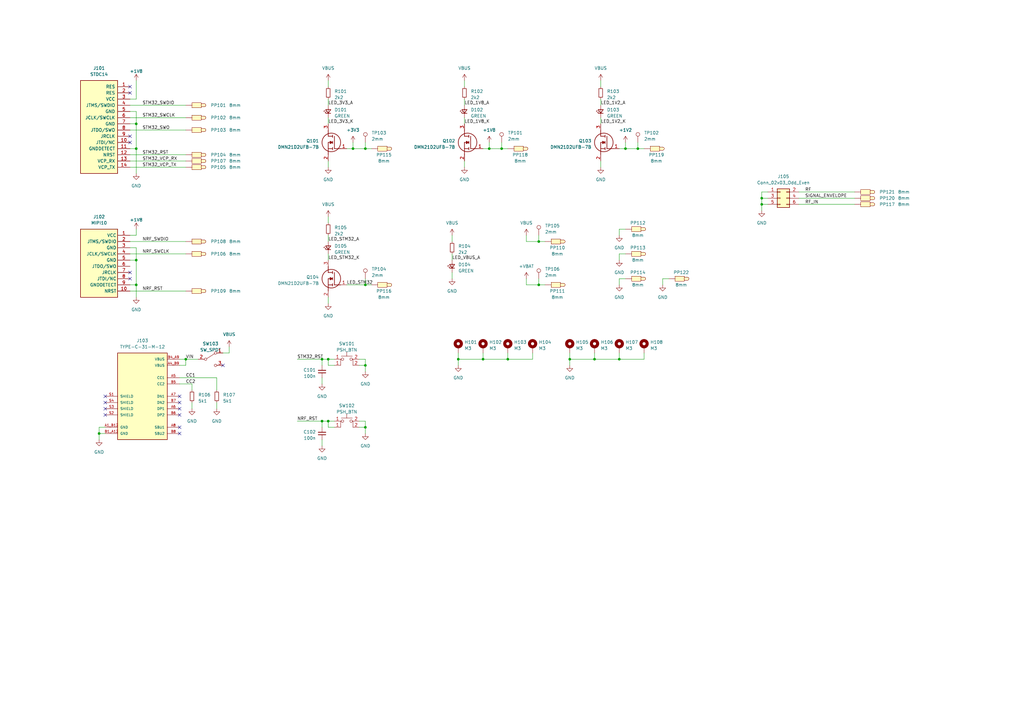
<source format=kicad_sch>
(kicad_sch (version 20230121) (generator eeschema)
  (paper "A3")
  (lib_symbols
    (symbol "Connector:TestPoint" (pin_numbers hide) (pin_names (offset 0.762) hide)
      (property "Reference" "TP" (at 0 6.858 0))
      (property "Value" "TestPoint" (at 0 5.08 0))
      (symbol "TestPoint_0_1"
        (circle (center 0 3.302) (radius 0.762))
      )
      (symbol "TestPoint_1_1"
        (pin passive line (at 0 0 90) (length 2.54) (name "1") (number "1"))
      )
    )
    (symbol "Connector_Generic:Conn_02x03_Odd_Even" (pin_names (offset 1.016) hide)
      (property "Reference" "J" (at 1.27 5.08 0))
      (property "Value" "Conn_02x03_Odd_Even" (at 1.27 -5.08 0))
      (symbol "Conn_02x03_Odd_Even_1_1"
        (rectangle (start -1.27 -2.413) (end 0 -2.667) (stroke (width 0.1524)))
        (rectangle (start -1.27 0.127) (end 0 -0.127) (stroke (width 0.1524)))
        (rectangle (start -1.27 2.667) (end 0 2.413) (stroke (width 0.1524)))
        (rectangle (start -1.27 3.81) (end 3.81 -3.81) (stroke (width 0.254)) (fill (type background)))
        (rectangle (start 3.81 -2.413) (end 2.54 -2.667) (stroke (width 0.1524)))
        (rectangle (start 3.81 0.127) (end 2.54 -0.127) (stroke (width 0.1524)))
        (rectangle (start 3.81 2.667) (end 2.54 2.413) (stroke (width 0.1524)))
        (pin passive line (at -5.08 2.54 0) (length 3.81) (name "Pin_1") (number "1"))
        (pin passive line (at 7.62 2.54 180) (length 3.81) (name "Pin_2") (number "2"))
        (pin passive line (at -5.08 0 0) (length 3.81) (name "Pin_3") (number "3"))
        (pin passive line (at 7.62 0 180) (length 3.81) (name "Pin_4") (number "4"))
        (pin passive line (at -5.08 -2.54 0) (length 3.81) (name "Pin_5") (number "5"))
        (pin passive line (at 7.62 -2.54 180) (length 3.81) (name "Pin_6") (number "6"))
      )
    )
    (symbol "DMN21D2UFB-7B:DMN21D2UFB-7B" (pin_names hide)
      (property "Reference" "Q" (at 11.43 3.81 0))
      (property "Value" "DMN21D2UFB-7B" (at 11.43 1.27 0))
      (symbol "DMN21D2UFB-7B_1_1"
        (polyline (pts (xy 2.54 0) (xy 5.08 0)) (stroke (width 0.254)))
        (polyline (pts (xy 5.08 5.08) (xy 5.08 0)) (stroke (width 0.254)))
        (polyline (pts (xy 5.842 -0.508) (xy 5.842 0.508)) (stroke (width 0.254)))
        (polyline (pts (xy 5.842 0) (xy 7.62 0)) (stroke (width 0.254)))
        (polyline (pts (xy 5.842 2.032) (xy 5.842 3.048)) (stroke (width 0.254)))
        (polyline (pts (xy 5.842 5.588) (xy 5.842 4.572)) (stroke (width 0.254)))
        (polyline (pts (xy 7.62 2.54) (xy 5.842 2.54)) (stroke (width 0.254)))
        (polyline (pts (xy 7.62 2.54) (xy 7.62 -2.54)) (stroke (width 0.254)))
        (polyline (pts (xy 7.62 5.08) (xy 5.842 5.08)) (stroke (width 0.254)))
        (polyline (pts (xy 7.62 5.08) (xy 7.62 7.62)) (stroke (width 0.254)))
        (polyline (pts (xy 5.842 2.54) (xy 6.858 3.048) (xy 6.858 2.032) (xy 5.842 2.54)) (stroke (width 0.254)) (fill (type outline)))
        (circle (center 6.35 2.54) (radius 3.81) (stroke (width 0.254)))
        (pin passive line (at 0 0 0) (length 2.54) (name "G") (number "1"))
        (pin passive line (at 7.62 -5.08 90) (length 2.54) (name "S") (number "2"))
        (pin passive line (at 7.62 10.16 270) (length 2.54) (name "D") (number "3"))
      )
    )
    (symbol "Device:C_Small" (pin_numbers hide) (pin_names (offset 0.254) hide)
      (property "Reference" "C" (at 0.254 1.778 0))
      (property "Value" "C_Small" (at 0.254 -2.032 0))
      (symbol "C_Small_0_1"
        (polyline (pts (xy -1.524 -0.508) (xy 1.524 -0.508)) (stroke (width 0.3302)))
        (polyline (pts (xy -1.524 0.508) (xy 1.524 0.508)) (stroke (width 0.3048)))
      )
      (symbol "C_Small_1_1"
        (pin passive line (at 0 2.54 270) (length 2.032) (name "~") (number "1"))
        (pin passive line (at 0 -2.54 90) (length 2.032) (name "~") (number "2"))
      )
    )
    (symbol "Device:LED_Small" (pin_numbers hide) (pin_names (offset 0.254) hide)
      (property "Reference" "D" (at -1.27 3.175 0))
      (property "Value" "LED_Small" (at -4.445 -2.54 0))
      (symbol "LED_Small_0_1"
        (polyline (pts (xy -0.762 -1.016) (xy -0.762 1.016)) (stroke (width 0.254)))
        (polyline (pts (xy 1.016 0) (xy -0.762 0)))
        (polyline (pts (xy 0.762 -1.016) (xy -0.762 0) (xy 0.762 1.016) (xy 0.762 -1.016)) (stroke (width 0.254)))
        (polyline (pts (xy 0 0.762) (xy -0.508 1.27) (xy -0.254 1.27) (xy -0.508 1.27) (xy -0.508 1.016)))
        (polyline (pts (xy 0.508 1.27) (xy 0 1.778) (xy 0.254 1.778) (xy 0 1.778) (xy 0 1.524)))
      )
      (symbol "LED_Small_1_1"
        (pin passive line (at -2.54 0 0) (length 1.778) (name "K") (number "1"))
        (pin passive line (at 2.54 0 180) (length 1.778) (name "A") (number "2"))
      )
    )
    (symbol "Device:R_Small" (pin_numbers hide) (pin_names (offset 0.254) hide)
      (property "Reference" "R" (at 0.762 0.508 0))
      (property "Value" "R_Small" (at 0.762 -1.016 0))
      (symbol "R_Small_0_1"
        (rectangle (start -0.762 1.778) (end 0.762 -1.778) (stroke (width 0.2032)))
      )
      (symbol "R_Small_1_1"
        (pin passive line (at 0 2.54 270) (length 0.762) (name "~") (number "1"))
        (pin passive line (at 0 -2.54 90) (length 0.762) (name "~") (number "2"))
      )
    )
    (symbol "Mechanical:MountingHole_Pad" (pin_numbers hide) (pin_names (offset 1.016) hide)
      (property "Reference" "H" (at 0 6.35 0))
      (property "Value" "MountingHole_Pad" (at 0 4.445 0))
      (symbol "MountingHole_Pad_0_1"
        (circle (center 0 1.27) (radius 1.27) (stroke (width 1.27)))
      )
      (symbol "MountingHole_Pad_1_1"
        (pin input line (at 0 -2.54 90) (length 2.54) (name "1") (number "1"))
      )
    )
    (symbol "Switch:SW_SPDT" (pin_names (offset 0) hide)
      (property "Reference" "SW" (at 0 4.318 0))
      (property "Value" "SW_SPDT" (at 0 -5.08 0))
      (symbol "SW_SPDT_0_0"
        (circle (center -2.032 0) (radius 0.508))
        (circle (center 2.032 -2.54) (radius 0.508))
      )
      (symbol "SW_SPDT_0_1"
        (polyline (pts (xy -1.524 0.254) (xy 1.651 2.286)))
        (circle (center 2.032 2.54) (radius 0.508))
      )
      (symbol "SW_SPDT_1_1"
        (pin passive line (at 5.08 2.54 180) (length 2.54) (name "A") (number "1"))
        (pin passive line (at -5.08 0 0) (length 2.54) (name "B") (number "2"))
        (pin passive line (at 5.08 -2.54 180) (length 2.54) (name "C") (number "3"))
      )
    )
    (symbol "TYPE-C-31-M-12:TYPE-C-31-M-12" (pin_names (offset 1.016))
      (property "Reference" "J" (at 0 16.51 0))
      (property "Value" "TYPE-C-31-M-12" (at 0 15.24 0))
      (symbol "TYPE-C-31-M-12_0_0"
        (rectangle (start -10.16 12.7) (end 10.16 -22.86) (stroke (width 0.254)) (fill (type background)))
        (pin power_in line (at 15.24 -17.78 180) (length 5.08) (name "GND") (number "A1_B12"))
        (pin power_in line (at -15.24 7.62 0) (length 5.08) (name "VBUS") (number "A4_B9"))
        (pin bidirectional line (at -15.24 2.54 0) (length 5.08) (name "CC1") (number "A5"))
        (pin bidirectional line (at -15.24 -10.16 0) (length 5.08) (name "DP1") (number "A6"))
        (pin bidirectional line (at -15.24 -5.08 0) (length 5.08) (name "DN1") (number "A7"))
        (pin bidirectional line (at -15.24 -17.78 0) (length 5.08) (name "SBU1") (number "A8"))
        (pin power_in line (at 15.24 -20.32 180) (length 5.08) (name "GND") (number "B1_A12"))
        (pin power_in line (at -15.24 10.16 0) (length 5.08) (name "VBUS") (number "B4_A9"))
        (pin bidirectional line (at -15.24 0 0) (length 5.08) (name "CC2") (number "B5"))
        (pin bidirectional line (at -15.24 -12.7 0) (length 5.08) (name "DP2") (number "B6"))
        (pin bidirectional line (at -15.24 -7.62 0) (length 5.08) (name "DN2") (number "B7"))
        (pin bidirectional line (at -15.24 -20.32 0) (length 5.08) (name "SBU2") (number "B8"))
        (pin passive line (at 15.24 -12.7 180) (length 5.08) (name "SHIELD") (number "S2"))
        (pin passive line (at 15.24 -10.16 180) (length 5.08) (name "SHIELD") (number "S3"))
        (pin passive line (at 15.24 -7.62 180) (length 5.08) (name "SHIELD") (number "S4"))
      )
      (symbol "TYPE-C-31-M-12_1_0"
        (pin passive line (at 15.24 -5.08 180) (length 5.08) (name "SHIELD") (number "S1"))
      )
    )
    (symbol "power:+1V2" (power) (pin_names (offset 0))
      (property "Value" "+1V2" (at 0 3.556 0))
      (symbol "+1V2_0_1"
        (polyline (pts (xy -0.762 1.27) (xy 0 2.54)))
        (polyline (pts (xy 0 0) (xy 0 2.54)))
        (polyline (pts (xy 0 2.54) (xy 0.762 1.27)))
      )
      (symbol "+1V2_1_1"
        (pin power_in line (at 0 0 90) (length 0) hide (name "+1V2") (number "1"))
      )
    )
    (symbol "power:+1V8" (power) (pin_names (offset 0))
      (property "Value" "+1V8" (at 0 3.556 0))
      (symbol "+1V8_0_1"
        (polyline (pts (xy -0.762 1.27) (xy 0 2.54)))
        (polyline (pts (xy 0 0) (xy 0 2.54)))
        (polyline (pts (xy 0 2.54) (xy 0.762 1.27)))
      )
      (symbol "+1V8_1_1"
        (pin power_in line (at 0 0 90) (length 0) hide (name "+1V8") (number "1"))
      )
    )
    (symbol "power:+3V3" (power) (pin_names (offset 0))
      (property "Value" "+3V3" (at 0 3.556 0))
      (symbol "+3V3_0_1"
        (polyline (pts (xy -0.762 1.27) (xy 0 2.54)))
        (polyline (pts (xy 0 0) (xy 0 2.54)))
        (polyline (pts (xy 0 2.54) (xy 0.762 1.27)))
      )
      (symbol "+3V3_1_1"
        (pin power_in line (at 0 0 90) (length 0) hide (name "+3V3") (number "1"))
      )
    )
    (symbol "power:GND" (power) (pin_names (offset 0))
      (property "Value" "GND" (at 0 -3.81 0))
      (symbol "GND_0_1"
        (polyline (pts (xy 0 0) (xy 0 -1.27) (xy 1.27 -1.27) (xy 0 -2.54) (xy -1.27 -1.27) (xy 0 -1.27)))
      )
      (symbol "GND_1_1"
        (pin power_in line (at 0 0 270) (length 0) hide (name "GND") (number "1"))
      )
    )
    (symbol "power:VBUS" (power) (pin_names (offset 0))
      (property "Value" "VBUS" (at 0 3.81 0))
      (symbol "VBUS_0_1"
        (polyline (pts (xy -0.762 1.27) (xy 0 2.54)))
        (polyline (pts (xy 0 0) (xy 0 2.54)))
        (polyline (pts (xy 0 2.54) (xy 0.762 1.27)))
      )
      (symbol "VBUS_1_1"
        (pin power_in line (at 0 0 90) (length 0) hide (name "VBUS") (number "1"))
      )
    )
    (symbol "watch_symbols_lib:+VBAT" (power) (pin_names (offset 0))
      (property "Value" "+VBAT" (at 0 3.556 0))
      (symbol "+VBAT_0_1"
        (polyline (pts (xy -0.762 1.27) (xy 0 2.54)))
        (polyline (pts (xy 0 0) (xy 0 2.54)))
        (polyline (pts (xy 0 2.54) (xy 0.762 1.27)))
      )
      (symbol "+VBAT_1_1"
        (pin power_in line (at 0 0 90) (length 0) hide (name "+VBAT") (number "1"))
      )
    )
    (symbol "watch_symbols_lib:MIPI10"
      (property "Reference" "J" (at 0 17.78 0))
      (property "Value" "MIPI10" (at 0 15.24 0))
      (symbol "MIPI10_1_1"
        (rectangle (start -7.62 12.7) (end 7.62 -15.24) (stroke (width 0.254)) (fill (type background)))
        (pin passive line (at -12.7 10.16 0) (length 5.08) (name "VCC") (number "1"))
        (pin passive line (at -12.7 -12.7 0) (length 5.08) (name "NRST") (number "10"))
        (pin passive line (at -12.7 7.62 0) (length 5.08) (name "JTMS/SWDIO") (number "2"))
        (pin passive line (at -12.7 5.08 0) (length 5.08) (name "GND") (number "3"))
        (pin passive line (at -12.7 2.54 0) (length 5.08) (name "JCLK/SWCLK") (number "4"))
        (pin passive line (at -12.7 0 0) (length 5.08) (name "GND") (number "5"))
        (pin passive line (at -12.7 -2.54 0) (length 5.08) (name "JTDO/SWO") (number "6"))
        (pin passive line (at -12.7 -5.08 0) (length 5.08) (name "JRCLK") (number "7"))
        (pin passive line (at -12.7 -7.62 0) (length 5.08) (name "JTDI/NC") (number "8"))
        (pin passive line (at -12.7 -10.16 0) (length 5.08) (name "GNDDETECT") (number "9"))
      )
    )
    (symbol "watch_symbols_lib:PSH_BTN" (pin_names (offset 1.016) hide)
      (property "Reference" "SW" (at -1.27 10.16 0))
      (property "Value" "PSH_BTN" (at 0 6.985 0))
      (symbol "PSH_BTN_0_1"
        (circle (center -1.778 2.54) (radius 0.508))
        (polyline (pts (xy -2.286 3.81) (xy 2.286 3.81)))
        (polyline (pts (xy 0 3.81) (xy 0 5.588)))
        (polyline (pts (xy -2.54 0) (xy -2.54 2.54) (xy -2.286 2.54)))
        (polyline (pts (xy 2.54 0) (xy 2.54 2.54) (xy 2.286 2.54)))
        (circle (center 1.778 2.54) (radius 0.508))
        (pin passive line (at -5.08 0 0) (length 2.54) (name "1") (number "1"))
        (pin passive line (at -5.08 2.54 0) (length 2.54) (name "1") (number "1"))
        (pin passive line (at 5.08 0 180) (length 2.54) (name "2") (number "2"))
        (pin passive line (at 5.08 2.54 180) (length 2.54) (name "2") (number "2"))
      )
    )
    (symbol "watch_symbols_lib:Pogo_Pin_8mm" (pin_numbers hide) (pin_names (offset 0.762) hide)
      (property "Reference" "PP" (at 0 8.89 0))
      (property "Value" "Pogo_Pin_8mm" (at 0 7.112 0))
      (symbol "Pogo_Pin_8mm_0_1"
        (polyline (pts (xy -0.635 3.81) (xy -0.635 3.81) (xy -0.635 5.08)))
        (polyline (pts (xy 0.635 3.81) (xy 0.635 3.81) (xy 0.635 5.08)))
        (arc (start 0 5.715) (mid -0.449 5.529) (end -0.635 5.08))
        (arc (start 0.635 5.08) (mid 0.449 5.529) (end 0 5.715))
      )
      (symbol "Pogo_Pin_8mm_1_1"
        (rectangle (start -1.016 3.81) (end 1.016 0) (fill (type background)))
        (rectangle (start -0.635 5.08) (end 0.635 3.81) (stroke (width -0.0001)) (fill (type background)))
        (circle (center 0 5.08) (radius 0.635) (stroke (width -0.0001)) (fill (type background)))
        (pin passive line (at 0 -2.54 90) (length 2.54) (name "1") (number "1"))
      )
    )
    (symbol "watch_symbols_lib:STDC14" (pin_names (offset 1.016))
      (property "Reference" "J" (at 0 22.86 0))
      (property "Value" "STDC14" (at 0 20.32 0))
      (symbol "STDC14_1_1"
        (rectangle (start -7.62 17.78) (end 7.62 -20.32) (stroke (width 0.254)) (fill (type background)))
        (pin passive line (at -12.7 15.24 0) (length 5.08) (name "RES") (number "1"))
        (pin passive line (at -12.7 -7.62 0) (length 5.08) (name "JTDI/NC") (number "10"))
        (pin passive line (at -12.7 -10.16 0) (length 5.08) (name "GNDDETECT") (number "11"))
        (pin passive line (at -12.7 -12.7 0) (length 5.08) (name "NRST") (number "12"))
        (pin passive line (at -12.7 -15.24 0) (length 5.08) (name "VCP_RX") (number "13"))
        (pin passive line (at -12.7 -17.78 0) (length 5.08) (name "VCP_TX") (number "14"))
        (pin passive line (at -12.7 12.7 0) (length 5.08) (name "RES") (number "2"))
        (pin passive line (at -12.7 10.16 0) (length 5.08) (name "VCC") (number "3"))
        (pin passive line (at -12.7 7.62 0) (length 5.08) (name "JTMS/SWDIO") (number "4"))
        (pin passive line (at -12.7 5.08 0) (length 5.08) (name "GND") (number "5"))
        (pin passive line (at -12.7 2.54 0) (length 5.08) (name "JCLK/SWCLK") (number "6"))
        (pin passive line (at -12.7 0 0) (length 5.08) (name "GND") (number "7"))
        (pin passive line (at -12.7 -2.54 0) (length 5.08) (name "JTDO/SWO") (number "8"))
        (pin passive line (at -12.7 -5.08 0) (length 5.08) (name "JRCLK") (number "9"))
      )
    )
  )
  (junction (at 55.88 106.68))
  (junction (at 198.12 147.32))
  (junction (at 220.98 99.06))
  (junction (at 55.88 60.96))
  (junction (at 256.54 60.96))
  (junction (at 208.28 147.32))
  (junction (at 149.86 60.96))
  (junction (at 134.62 172.72))
  (junction (at 149.86 116.84))
  (junction (at 40.64 177.8))
  (junction (at 134.62 147.32))
  (junction (at 233.68 147.32))
  (junction (at 132.08 147.32))
  (junction (at 76.2 147.32))
  (junction (at 261.62 60.96))
  (junction (at 205.74 60.96))
  (junction (at 312.42 83.82))
  (junction (at 243.84 147.32))
  (junction (at 312.42 81.28))
  (junction (at 132.08 172.72))
  (junction (at 149.86 175.26))
  (junction (at 254 147.32))
  (junction (at 220.98 116.84))
  (junction (at 55.88 116.84))
  (junction (at 55.88 50.8))
  (junction (at 200.66 60.96))
  (junction (at 144.78 60.96))
  (junction (at 149.86 149.86))
  (junction (at 187.96 147.32))
  (no_connect (at 53.34 55.88))
  (no_connect (at 43.18 167.64))
  (no_connect (at 73.66 167.64))
  (no_connect (at 73.66 162.56))
  (no_connect (at 73.66 170.18))
  (no_connect (at 73.66 177.8))
  (no_connect (at 73.66 165.1))
  (no_connect (at 53.34 38.1))
  (no_connect (at 73.66 175.26))
  (no_connect (at 53.34 58.42))
  (no_connect (at 43.18 165.1))
  (no_connect (at 53.34 114.3))
  (no_connect (at 43.18 170.18))
  (no_connect (at 43.18 162.56))
  (no_connect (at 91.44 149.86))
  (no_connect (at 53.34 35.56))
  (no_connect (at 53.34 111.76))
  (wire (pts (xy 134.62 96.52) (xy 134.62 99.06)))
  (wire (pts (xy 149.86 149.86) (xy 149.86 152.4)))
  (wire (pts (xy 187.96 147.32) (xy 187.96 149.86)))
  (wire (pts (xy 137.16 175.26) (xy 134.62 175.26)))
  (wire (pts (xy 134.62 175.26) (xy 134.62 172.72)))
  (wire (pts (xy 53.34 68.58) (xy 76.2 68.58)))
  (wire (pts (xy 132.08 154.94) (xy 132.08 157.48)))
  (wire (pts (xy 134.62 48.26) (xy 134.62 50.8)))
  (wire (pts (xy 55.88 71.12) (xy 55.88 60.96)))
  (wire (pts (xy 271.78 116.84) (xy 271.78 114.3)))
  (wire (pts (xy 53.34 96.52) (xy 55.88 96.52)))
  (wire (pts (xy 215.9 96.52) (xy 215.9 99.06)))
  (wire (pts (xy 121.92 172.72) (xy 132.08 172.72)))
  (wire (pts (xy 246.38 48.26) (xy 246.38 50.8)))
  (wire (pts (xy 121.92 147.32) (xy 132.08 147.32)))
  (wire (pts (xy 223.52 99.06) (xy 220.98 99.06)))
  (wire (pts (xy 40.64 175.26) (xy 40.64 177.8)))
  (wire (pts (xy 327.66 78.74) (xy 350.52 78.74)))
  (wire (pts (xy 147.32 172.72) (xy 149.86 172.72)))
  (wire (pts (xy 53.34 53.34) (xy 76.2 53.34)))
  (wire (pts (xy 53.34 119.38) (xy 76.2 119.38)))
  (wire (pts (xy 53.34 106.68) (xy 55.88 106.68)))
  (wire (pts (xy 137.16 149.86) (xy 134.62 149.86)))
  (wire (pts (xy 254 116.84) (xy 254 114.3)))
  (wire (pts (xy 147.32 175.26) (xy 149.86 175.26)))
  (wire (pts (xy 55.88 116.84) (xy 55.88 121.92)))
  (wire (pts (xy 312.42 78.74) (xy 312.42 81.28)))
  (wire (pts (xy 73.66 157.48) (xy 78.74 157.48)))
  (wire (pts (xy 312.42 81.28) (xy 312.42 83.82)))
  (wire (pts (xy 246.38 68.58) (xy 246.38 66.04)))
  (wire (pts (xy 55.88 101.6) (xy 55.88 106.68)))
  (wire (pts (xy 264.16 60.96) (xy 261.62 60.96)))
  (wire (pts (xy 190.5 68.58) (xy 190.5 66.04)))
  (wire (pts (xy 185.42 104.14) (xy 185.42 106.68)))
  (wire (pts (xy 200.66 60.96) (xy 205.74 60.96)))
  (wire (pts (xy 40.64 177.8) (xy 43.18 177.8)))
  (wire (pts (xy 55.88 60.96) (xy 55.88 50.8)))
  (wire (pts (xy 208.28 147.32) (xy 208.28 144.78)))
  (wire (pts (xy 53.34 60.96) (xy 55.88 60.96)))
  (wire (pts (xy 350.52 83.82) (xy 327.66 83.82)))
  (wire (pts (xy 254 93.98) (xy 256.54 93.98)))
  (wire (pts (xy 134.62 68.58) (xy 134.62 66.04)))
  (wire (pts (xy 134.62 124.46) (xy 134.62 121.92)))
  (wire (pts (xy 185.42 111.76) (xy 185.42 114.3)))
  (wire (pts (xy 152.4 60.96) (xy 149.86 60.96)))
  (wire (pts (xy 132.08 180.34) (xy 132.08 182.88)))
  (wire (pts (xy 205.74 60.96) (xy 208.28 60.96)))
  (wire (pts (xy 53.34 101.6) (xy 55.88 101.6)))
  (wire (pts (xy 220.98 99.06) (xy 215.9 99.06)))
  (wire (pts (xy 233.68 147.32) (xy 233.68 144.78)))
  (wire (pts (xy 78.74 157.48) (xy 78.74 160.02)))
  (wire (pts (xy 205.74 58.42) (xy 205.74 60.96)))
  (wire (pts (xy 53.34 48.26) (xy 76.2 48.26)))
  (wire (pts (xy 246.38 40.64) (xy 246.38 43.18)))
  (wire (pts (xy 200.66 58.42) (xy 200.66 60.96)))
  (wire (pts (xy 312.42 81.28) (xy 314.96 81.28)))
  (wire (pts (xy 243.84 147.32) (xy 243.84 144.78)))
  (wire (pts (xy 53.34 43.18) (xy 76.2 43.18)))
  (wire (pts (xy 147.32 147.32) (xy 149.86 147.32)))
  (wire (pts (xy 53.34 45.72) (xy 55.88 45.72)))
  (wire (pts (xy 220.98 116.84) (xy 215.9 116.84)))
  (wire (pts (xy 254 114.3) (xy 256.54 114.3)))
  (wire (pts (xy 144.78 60.96) (xy 149.86 60.96)))
  (wire (pts (xy 254 96.52) (xy 254 93.98)))
  (wire (pts (xy 55.88 33.02) (xy 55.88 40.64)))
  (wire (pts (xy 246.38 33.02) (xy 246.38 35.56)))
  (wire (pts (xy 254 60.96) (xy 256.54 60.96)))
  (wire (pts (xy 73.66 154.94) (xy 88.9 154.94)))
  (wire (pts (xy 142.24 60.96) (xy 144.78 60.96)))
  (wire (pts (xy 261.62 58.42) (xy 261.62 60.96)))
  (wire (pts (xy 233.68 147.32) (xy 233.68 149.86)))
  (wire (pts (xy 149.86 116.84) (xy 152.4 116.84)))
  (wire (pts (xy 40.64 177.8) (xy 40.64 180.34)))
  (wire (pts (xy 76.2 147.32) (xy 81.28 147.32)))
  (wire (pts (xy 149.86 58.42) (xy 149.86 60.96)))
  (wire (pts (xy 190.5 33.02) (xy 190.5 35.56)))
  (wire (pts (xy 53.34 116.84) (xy 55.88 116.84)))
  (wire (pts (xy 149.86 114.3) (xy 149.86 116.84)))
  (wire (pts (xy 185.42 96.52) (xy 185.42 99.06)))
  (wire (pts (xy 137.16 147.32) (xy 134.62 147.32)))
  (wire (pts (xy 233.68 147.32) (xy 243.84 147.32)))
  (wire (pts (xy 198.12 147.32) (xy 208.28 147.32)))
  (wire (pts (xy 88.9 165.1) (xy 88.9 167.64)))
  (wire (pts (xy 132.08 172.72) (xy 134.62 172.72)))
  (wire (pts (xy 134.62 33.02) (xy 134.62 35.56)))
  (wire (pts (xy 137.16 172.72) (xy 134.62 172.72)))
  (wire (pts (xy 76.2 147.32) (xy 73.66 147.32)))
  (wire (pts (xy 134.62 88.9) (xy 134.62 91.44)))
  (wire (pts (xy 93.98 142.24) (xy 93.98 144.78)))
  (wire (pts (xy 312.42 83.82) (xy 314.96 83.82)))
  (wire (pts (xy 327.66 81.28) (xy 350.52 81.28)))
  (wire (pts (xy 88.9 160.02) (xy 88.9 154.94)))
  (wire (pts (xy 198.12 147.32) (xy 198.12 144.78)))
  (wire (pts (xy 215.9 114.3) (xy 215.9 116.84)))
  (wire (pts (xy 55.88 106.68) (xy 55.88 116.84)))
  (wire (pts (xy 78.74 165.1) (xy 78.74 167.64)))
  (wire (pts (xy 271.78 114.3) (xy 274.32 114.3)))
  (wire (pts (xy 190.5 40.64) (xy 190.5 43.18)))
  (wire (pts (xy 256.54 60.96) (xy 261.62 60.96)))
  (wire (pts (xy 134.62 149.86) (xy 134.62 147.32)))
  (wire (pts (xy 198.12 60.96) (xy 200.66 60.96)))
  (wire (pts (xy 220.98 114.3) (xy 220.98 116.84)))
  (wire (pts (xy 43.18 175.26) (xy 40.64 175.26)))
  (wire (pts (xy 53.34 40.64) (xy 55.88 40.64)))
  (wire (pts (xy 220.98 96.52) (xy 220.98 99.06)))
  (wire (pts (xy 55.88 45.72) (xy 55.88 50.8)))
  (wire (pts (xy 149.86 175.26) (xy 149.86 177.8)))
  (wire (pts (xy 314.96 78.74) (xy 312.42 78.74)))
  (wire (pts (xy 187.96 147.32) (xy 187.96 144.78)))
  (wire (pts (xy 223.52 116.84) (xy 220.98 116.84)))
  (wire (pts (xy 76.2 147.32) (xy 76.2 149.86)))
  (wire (pts (xy 190.5 48.26) (xy 190.5 50.8)))
  (wire (pts (xy 132.08 172.72) (xy 132.08 175.26)))
  (wire (pts (xy 254 104.14) (xy 256.54 104.14)))
  (wire (pts (xy 76.2 149.86) (xy 73.66 149.86)))
  (wire (pts (xy 254 106.68) (xy 254 104.14)))
  (wire (pts (xy 187.96 147.32) (xy 198.12 147.32)))
  (wire (pts (xy 149.86 147.32) (xy 149.86 149.86)))
  (wire (pts (xy 149.86 172.72) (xy 149.86 175.26)))
  (wire (pts (xy 312.42 83.82) (xy 312.42 86.36)))
  (wire (pts (xy 132.08 147.32) (xy 132.08 149.86)))
  (wire (pts (xy 243.84 147.32) (xy 254 147.32)))
  (wire (pts (xy 218.44 147.32) (xy 218.44 144.78)))
  (wire (pts (xy 256.54 58.42) (xy 256.54 60.96)))
  (wire (pts (xy 55.88 93.98) (xy 55.88 96.52)))
  (wire (pts (xy 53.34 99.06) (xy 76.2 99.06)))
  (wire (pts (xy 55.88 50.8) (xy 53.34 50.8)))
  (wire (pts (xy 53.34 63.5) (xy 76.2 63.5)))
  (wire (pts (xy 134.62 40.64) (xy 134.62 43.18)))
  (wire (pts (xy 53.34 66.04) (xy 76.2 66.04)))
  (wire (pts (xy 53.34 104.14) (xy 76.2 104.14)))
  (wire (pts (xy 132.08 147.32) (xy 134.62 147.32)))
  (wire (pts (xy 147.32 149.86) (xy 149.86 149.86)))
  (wire (pts (xy 254 147.32) (xy 254 144.78)))
  (wire (pts (xy 142.24 116.84) (xy 149.86 116.84)))
  (wire (pts (xy 208.28 147.32) (xy 218.44 147.32)))
  (wire (pts (xy 91.44 144.78) (xy 93.98 144.78)))
  (wire (pts (xy 134.62 104.14) (xy 134.62 106.68)))
  (wire (pts (xy 254 147.32) (xy 264.16 147.32)))
  (wire (pts (xy 144.78 58.42) (xy 144.78 60.96)))
  (wire (pts (xy 264.16 147.32) (xy 264.16 144.78)))
  (label "STM32_SWCLK" (at 58.42 48.26 0))
  (label "LED_3V3_A" (at 134.62 43.18 0))
  (label "LED_VBUS_A" (at 185.42 106.68 0))
  (label "NRF_SWDIO" (at 58.42 99.06 0))
  (label "LED_1V2_A" (at 246.38 43.18 0))
  (label "LED_3V3_K" (at 134.62 50.8 0))
  (label "STM32_SWDIO" (at 58.42 43.18 0))
  (label "NRF_SWCLK" (at 58.42 104.14 0))
  (label "RF" (at 330.2 78.74 0))
  (label "VIN" (at 76.2 147.32 0))
  (label "CC1" (at 76.2 154.94 0))
  (label "RF_IN" (at 330.2 83.82 0))
  (label "STM32_SWO" (at 58.42 53.34 0))
  (label "LED_1V8_A" (at 190.5 43.18 0))
  (label "NRF_RST" (at 121.92 172.72 0))
  (label "LED_STM32" (at 142.24 116.84 0))
  (label "STM32_VCP_TX" (at 58.42 68.58 0))
  (label "LED_STM32_A" (at 134.62 99.06 0))
  (label "STM32_RST" (at 58.42 63.5 0))
  (label "LED_1V8_K" (at 190.5 50.8 0))
  (label "STM32_VCP_RX" (at 58.42 66.04 0))
  (label "SIGNAL_ENVELOPE" (at 330.2 81.28 0))
  (label "LED_STM32_K" (at 134.62 106.68 0))
  (label "STM32_RST" (at 121.92 147.32 0))
  (label "CC2" (at 76.2 157.48 0))
  (label "LED_1V2_K" (at 246.38 50.8 0))
  (label "NRF_RST" (at 58.42 119.38 0))
  (symbol (lib_id "Device:R_Small") (at 134.62 93.98 0) (unit 1)
    (property "Reference" "R105" (at 137.16 93.345 0) (effects (justify left)))
    (property "Value" "2k2" (at 137.16 95.885 0) (effects (justify left)))
    (property "Footprint" "Resistor_SMD:R_0402_1005Metric" (effects hide))
  )
  (symbol (lib_id "DMN21D2UFB-7B:DMN21D2UFB-7B") (at 142.24 116.84 0) (mirror y) (unit 1)
    (property "Reference" "Q104" (at 130.81 113.665 0) (effects (justify left)))
    (property "Value" "DMN21D2UFB-7B" (at 130.81 116.205 0) (effects (justify left)))
    (property "Footprint" "watch_footprints:DMN21D2UFB7B" (effects hide))
    (property "Datasheet" "https://componentsearchengine.com/Datasheets/1/DMN21D2UFB-7B.pdf" (effects hide))
    (property "Height" "0.53" (effects hide))
    (property "Mouser Part Number" "621-DMN21D2UFB-7B" (effects hide))
    (property "Manufacturer_Name" "Diodes Incorporated" (effects hide))
    (property "Manufacturer_Part_Number" "DMN21D2UFB-7B" (effects hide))
  )
  (symbol (lib_id "power:GND") (at 132.08 182.88 0) (unit 1)
    (property "Reference" "#PWR0130" (effects hide))
    (property "Value" "GND" (at 132.08 187.96 0))
  )
  (symbol (lib_id "watch_symbols_lib:MIPI10") (at 40.64 106.68 0) (mirror y) (unit 1)
    (property "Reference" "J102" (at 40.64 88.9 0))
    (property "Value" "MIPI10" (at 40.64 91.44 0))
    (property "Footprint" "watch_footprints:MIPI10" (effects hide))
  )
  (symbol (lib_id "power:GND") (at 254 116.84 0) (unit 1)
    (property "Reference" "#PWR0112" (effects hide))
    (property "Value" "GND" (at 254 121.92 0))
  )
  (symbol (lib_id "watch_symbols_lib:Pogo_Pin_8mm") (at 78.74 104.14 270) (unit 1)
    (property "Reference" "PP106" (at 86.36 104.14 90) (effects (justify left)))
    (property "Value" "8mm" (at 93.98 104.14 90) (effects (justify left)))
    (property "Footprint" "watch_footprints:Pogo_Pin_8mm" (effects hide))
  )
  (symbol (lib_id "power:GND") (at 271.78 116.84 0) (unit 1)
    (property "Reference" "#PWR0134" (effects hide))
    (property "Value" "GND" (at 271.78 121.92 0))
  )
  (symbol (lib_id "watch_symbols_lib:Pogo_Pin_8mm") (at 78.74 66.04 270) (unit 1)
    (property "Reference" "PP107" (at 86.36 66.04 90) (effects (justify left)))
    (property "Value" "8mm" (at 93.98 66.04 90) (effects (justify left)))
    (property "Footprint" "watch_footprints:Pogo_Pin_8mm" (effects hide))
  )
  (symbol (lib_id "power:GND") (at 254 106.68 0) (unit 1)
    (property "Reference" "#PWR0110" (effects hide))
    (property "Value" "GND" (at 254 111.76 0))
  )
  (symbol (lib_id "power:GND") (at 149.86 177.8 0) (unit 1)
    (property "Reference" "#PWR0127" (effects hide))
    (property "Value" "GND" (at 149.86 182.88 0))
  )
  (symbol (lib_id "Connector:TestPoint") (at 220.98 114.3 0) (unit 1)
    (property "Reference" "TP106" (at 223.52 110.363 0) (effects (justify left)))
    (property "Value" "2mm" (at 223.52 112.903 0) (effects (justify left)))
    (property "Footprint" "TestPoint:TestPoint_Pad_D2.0mm" (effects hide))
  )
  (symbol (lib_id "Mechanical:MountingHole_Pad") (at 218.44 142.24 0) (unit 1)
    (property "Reference" "H104" (at 220.98 140.335 0) (effects (justify left)))
    (property "Value" "M3" (at 220.98 142.875 0) (effects (justify left)))
    (property "Footprint" "MountingHole:MountingHole_3.2mm_M3_DIN965_Pad_TopBottom" (effects hide))
  )
  (symbol (lib_id "watch_symbols_lib:Pogo_Pin_8mm") (at 259.08 114.3 270) (unit 1)
    (property "Reference" "PP114" (at 261.62 111.76 90))
    (property "Value" "8mm" (at 261.62 116.84 90))
    (property "Footprint" "watch_footprints:Pogo_Pin_8mm" (effects hide))
  )
  (symbol (lib_id "Device:R_Small") (at 78.74 162.56 0) (unit 1)
    (property "Reference" "R106" (at 81.28 161.925 0) (effects (justify left)))
    (property "Value" "5k1" (at 81.28 164.465 0) (effects (justify left)))
    (property "Footprint" "Resistor_SMD:R_0402_1005Metric" (effects hide))
  )
  (symbol (lib_id "Device:LED_Small") (at 190.5 45.72 90) (unit 1)
    (property "Reference" "D102" (at 193.04 45.0215 90) (effects (justify right)))
    (property "Value" "GREEN" (at 193.04 47.5615 90) (effects (justify right)))
    (property "Footprint" "Diode_SMD:D_0603_1608Metric" (effects hide))
  )
  (symbol (lib_id "Connector_Generic:Conn_02x03_Odd_Even") (at 320.04 81.28 0) (unit 1)
    (property "Reference" "J105" (at 321.31 72.39 0))
    (property "Value" "Conn_02x03_Odd_Even" (at 321.31 74.93 0))
    (property "Footprint" "Connector_PinHeader_2.54mm:PinHeader_2x03_P2.54mm_Vertical" (effects hide))
  )
  (symbol (lib_id "power:GND") (at 233.68 149.86 0) (unit 1)
    (property "Reference" "#PWR0132" (effects hide))
    (property "Value" "GND" (at 233.68 154.94 0))
  )
  (symbol (lib_id "Switch:SW_SPDT") (at 86.36 147.32 0) (unit 1)
    (property "Reference" "SW103" (at 86.36 140.97 0))
    (property "Value" "SW_SPDT" (at 86.36 143.51 0))
    (property "Footprint" "Connector_PinHeader_2.54mm:PinHeader_1x03_P2.54mm_Vertical" (effects hide))
  )
  (symbol (lib_id "watch_symbols_lib:Pogo_Pin_8mm") (at 154.94 116.84 270) (unit 1)
    (property "Reference" "PP116" (at 157.48 119.38 90))
    (property "Value" "8mm" (at 157.48 121.92 90))
    (property "Footprint" "watch_footprints:Pogo_Pin_8mm" (effects hide))
  )
  (symbol (lib_id "watch_symbols_lib:Pogo_Pin_8mm") (at 78.74 119.38 270) (unit 1)
    (property "Reference" "PP109" (at 86.36 119.38 90) (effects (justify left)))
    (property "Value" "8mm" (at 93.98 119.38 90) (effects (justify left)))
    (property "Footprint" "watch_footprints:Pogo_Pin_8mm" (effects hide))
  )
  (symbol (lib_id "power:GND") (at 149.86 152.4 0) (unit 1)
    (property "Reference" "#PWR0128" (effects hide))
    (property "Value" "GND" (at 149.86 157.48 0))
  )
  (symbol (lib_id "watch_symbols_lib:Pogo_Pin_8mm") (at 266.7 60.96 270) (unit 1)
    (property "Reference" "PP119" (at 269.24 63.5 90))
    (property "Value" "8mm" (at 269.24 66.04 90))
    (property "Footprint" "watch_footprints:Pogo_Pin_8mm" (effects hide))
  )
  (symbol (lib_id "Mechanical:MountingHole_Pad") (at 264.16 142.24 0) (unit 1)
    (property "Reference" "H108" (at 266.7 140.335 0) (effects (justify left)))
    (property "Value" "M3" (at 266.7 142.875 0) (effects (justify left)))
    (property "Footprint" "MountingHole:MountingHole_3.2mm_M3_DIN965_Pad_TopBottom" (effects hide))
  )
  (symbol (lib_id "Mechanical:MountingHole_Pad") (at 254 142.24 0) (unit 1)
    (property "Reference" "H107" (at 256.54 140.335 0) (effects (justify left)))
    (property "Value" "M3" (at 256.54 142.875 0) (effects (justify left)))
    (property "Footprint" "MountingHole:MountingHole_3.2mm_M3_DIN965_Pad_TopBottom" (effects hide))
  )
  (symbol (lib_id "watch_symbols_lib:Pogo_Pin_8mm") (at 259.08 104.14 270) (unit 1)
    (property "Reference" "PP113" (at 261.62 101.6 90))
    (property "Value" "8mm" (at 261.62 106.68 90))
    (property "Footprint" "watch_footprints:Pogo_Pin_8mm" (effects hide))
  )
  (symbol (lib_id "power:GND") (at 55.88 71.12 0) (unit 1)
    (property "Reference" "#PWR0101" (effects hide))
    (property "Value" "GND" (at 55.88 76.2 0))
  )
  (symbol (lib_id "power:+1V8") (at 55.88 33.02 0) (unit 1)
    (property "Reference" "#PWR0102" (effects hide))
    (property "Value" "+1V8" (at 55.88 29.21 0))
  )
  (symbol (lib_id "power:GND") (at 312.42 86.36 0) (unit 1)
    (property "Reference" "#PWR0133" (effects hide))
    (property "Value" "GND" (at 312.42 91.44 0))
  )
  (symbol (lib_id "power:+1V8") (at 55.88 93.98 0) (unit 1)
    (property "Reference" "#PWR0103" (effects hide))
    (property "Value" "+1V8" (at 55.88 90.17 0))
  )
  (symbol (lib_id "Device:C_Small") (at 132.08 152.4 0) (mirror x) (unit 1)
    (property "Reference" "C101" (at 129.54 151.7586 0) (effects (justify right)))
    (property "Value" "100n" (at 129.54 154.2986 0) (effects (justify right)))
    (property "Footprint" "Capacitor_SMD:C_0402_1005Metric" (effects hide))
  )
  (symbol (lib_id "Device:LED_Small") (at 134.62 101.6 90) (unit 1)
    (property "Reference" "D105" (at 137.16 100.9015 90) (effects (justify right)))
    (property "Value" "GREEN" (at 137.16 103.4415 90) (effects (justify right)))
    (property "Footprint" "Diode_SMD:D_0603_1608Metric" (effects hide))
  )
  (symbol (lib_id "Connector:TestPoint") (at 149.86 58.42 0) (unit 1)
    (property "Reference" "TP103" (at 152.4 54.483 0) (effects (justify left)))
    (property "Value" "2mm" (at 152.4 57.023 0) (effects (justify left)))
    (property "Footprint" "TestPoint:TestPoint_Pad_D2.0mm" (effects hide))
  )
  (symbol (lib_id "Device:R_Small") (at 134.62 38.1 0) (unit 1)
    (property "Reference" "R101" (at 137.16 37.465 0) (effects (justify left)))
    (property "Value" "2k2" (at 137.16 40.005 0) (effects (justify left)))
    (property "Footprint" "Resistor_SMD:R_0402_1005Metric" (effects hide))
  )
  (symbol (lib_id "watch_symbols_lib:Pogo_Pin_8mm") (at 353.06 81.28 270) (unit 1)
    (property "Reference" "PP120" (at 360.68 81.28 90) (effects (justify left)))
    (property "Value" "8mm" (at 368.3 81.28 90) (effects (justify left)))
    (property "Footprint" "watch_footprints:Pogo_Pin_8mm" (effects hide))
  )
  (symbol (lib_id "DMN21D2UFB-7B:DMN21D2UFB-7B") (at 142.24 60.96 0) (mirror y) (unit 1)
    (property "Reference" "Q101" (at 130.81 57.785 0) (effects (justify left)))
    (property "Value" "DMN21D2UFB-7B" (at 130.81 60.325 0) (effects (justify left)))
    (property "Footprint" "watch_footprints:DMN21D2UFB7B" (effects hide))
    (property "Datasheet" "https://componentsearchengine.com/Datasheets/1/DMN21D2UFB-7B.pdf" (effects hide))
    (property "Height" "0.53" (effects hide))
    (property "Mouser Part Number" "621-DMN21D2UFB-7B" (effects hide))
    (property "Manufacturer_Name" "Diodes Incorporated" (effects hide))
    (property "Manufacturer_Part_Number" "DMN21D2UFB-7B" (effects hide))
  )
  (symbol (lib_id "power:GND") (at 134.62 68.58 0) (unit 1)
    (property "Reference" "#PWR0113" (effects hide))
    (property "Value" "GND" (at 134.62 73.66 0))
  )
  (symbol (lib_id "power:GND") (at 134.62 124.46 0) (unit 1)
    (property "Reference" "#PWR0122" (effects hide))
    (property "Value" "GND" (at 134.62 129.54 0))
  )
  (symbol (lib_id "power:GND") (at 246.38 68.58 0) (unit 1)
    (property "Reference" "#PWR0118" (effects hide))
    (property "Value" "GND" (at 246.38 73.66 0))
  )
  (symbol (lib_id "Mechanical:MountingHole_Pad") (at 187.96 142.24 0) (unit 1)
    (property "Reference" "H101" (at 190.5 140.335 0) (effects (justify left)))
    (property "Value" "M3" (at 190.5 142.875 0) (effects (justify left)))
    (property "Footprint" "MountingHole:MountingHole_3.2mm_M3_DIN965_Pad_TopBottom" (effects hide))
  )
  (symbol (lib_id "watch_symbols_lib:+VBAT") (at 215.9 114.3 0) (unit 1)
    (property "Reference" "#PWR0108" (effects hide))
    (property "Value" "+VBAT" (at 215.9 109.22 0))
  )
  (symbol (lib_id "power:VBUS") (at 190.5 33.02 0) (unit 1)
    (property "Reference" "#PWR0115" (effects hide))
    (property "Value" "VBUS" (at 190.5 27.94 0))
  )
  (symbol (lib_id "Device:R_Small") (at 88.9 162.56 0) (unit 1)
    (property "Reference" "R107" (at 91.44 161.925 0) (effects (justify left)))
    (property "Value" "5k1" (at 91.44 164.465 0) (effects (justify left)))
    (property "Footprint" "Resistor_SMD:R_0402_1005Metric" (effects hide))
  )
  (symbol (lib_id "Mechanical:MountingHole_Pad") (at 208.28 142.24 0) (unit 1)
    (property "Reference" "H103" (at 210.82 140.335 0) (effects (justify left)))
    (property "Value" "M3" (at 210.82 142.875 0) (effects (justify left)))
    (property "Footprint" "MountingHole:MountingHole_3.2mm_M3_DIN965_Pad_TopBottom" (effects hide))
  )
  (symbol (lib_id "TYPE-C-31-M-12:TYPE-C-31-M-12") (at 58.42 157.48 0) (mirror y) (unit 1)
    (property "Reference" "J103" (at 58.42 139.7 0))
    (property "Value" "TYPE-C-31-M-12" (at 58.42 142.24 0))
    (property "Footprint" "watch_footprints:TYPE-C-31-M-12" (effects hide))
    (property "PARTREV" "2020.12.08" (effects hide))
    (property "MANUFACTURER" "HRO Electronics Co., Ltd." (effects hide))
    (property "SNAPEDA_PN" "TYPE-C-31-M-12" (effects hide))
    (property "MAXIMUM_PACKAGE_HEIGHT" "3.26 mm" (effects hide))
    (property "STANDARD" "Manufacturer Recommendations" (effects hide))
  )
  (symbol (lib_id "DMN21D2UFB-7B:DMN21D2UFB-7B") (at 254 60.96 0) (mirror y) (unit 1)
    (property "Reference" "Q103" (at 242.57 57.785 0) (effects (justify left)))
    (property "Value" "DMN21D2UFB-7B" (at 242.57 60.325 0) (effects (justify left)))
    (property "Footprint" "watch_footprints:DMN21D2UFB7B" (effects hide))
    (property "Datasheet" "https://componentsearchengine.com/Datasheets/1/DMN21D2UFB-7B.pdf" (effects hide))
    (property "Height" "0.53" (effects hide))
    (property "Mouser Part Number" "621-DMN21D2UFB-7B" (effects hide))
    (property "Manufacturer_Name" "Diodes Incorporated" (effects hide))
    (property "Manufacturer_Part_Number" "DMN21D2UFB-7B" (effects hide))
  )
  (symbol (lib_id "power:GND") (at 254 96.52 0) (unit 1)
    (property "Reference" "#PWR0106" (effects hide))
    (property "Value" "GND" (at 254 101.6 0))
  )
  (symbol (lib_id "watch_symbols_lib:Pogo_Pin_8mm") (at 78.74 68.58 270) (unit 1)
    (property "Reference" "PP105" (at 86.36 68.58 90) (effects (justify left)))
    (property "Value" "8mm" (at 93.98 68.58 90) (effects (justify left)))
    (property "Footprint" "watch_footprints:Pogo_Pin_8mm" (effects hide))
  )
  (symbol (lib_id "power:+1V2") (at 256.54 58.42 0) (unit 1)
    (property "Reference" "#PWR0111" (effects hide))
    (property "Value" "+1V2" (at 256.54 53.34 0))
  )
  (symbol (lib_id "power:GND") (at 187.96 149.86 0) (unit 1)
    (property "Reference" "#PWR0131" (effects hide))
    (property "Value" "GND" (at 187.96 154.94 0))
  )
  (symbol (lib_id "Device:LED_Small") (at 246.38 45.72 90) (unit 1)
    (property "Reference" "D103" (at 248.92 45.0215 90) (effects (justify right)))
    (property "Value" "GREEN" (at 248.92 47.5615 90) (effects (justify right)))
    (property "Footprint" "Diode_SMD:D_0603_1608Metric" (effects hide))
  )
  (symbol (lib_id "watch_symbols_lib:Pogo_Pin_8mm") (at 78.74 99.06 270) (unit 1)
    (property "Reference" "PP108" (at 86.36 99.06 90) (effects (justify left)))
    (property "Value" "8mm" (at 93.98 99.06 90) (effects (justify left)))
    (property "Footprint" "watch_footprints:Pogo_Pin_8mm" (effects hide))
  )
  (symbol (lib_id "power:GND") (at 190.5 68.58 0) (unit 1)
    (property "Reference" "#PWR0116" (effects hide))
    (property "Value" "GND" (at 190.5 73.66 0))
  )
  (symbol (lib_id "watch_symbols_lib:Pogo_Pin_8mm") (at 78.74 43.18 270) (unit 1)
    (property "Reference" "PP101" (at 86.36 43.18 90) (effects (justify left)))
    (property "Value" "8mm" (at 93.98 43.18 90) (effects (justify left)))
    (property "Footprint" "watch_footprints:Pogo_Pin_8mm" (effects hide))
  )
  (symbol (lib_id "Device:R_Small") (at 246.38 38.1 0) (unit 1)
    (property "Reference" "R103" (at 248.92 37.465 0) (effects (justify left)))
    (property "Value" "2k2" (at 248.92 40.005 0) (effects (justify left)))
    (property "Footprint" "Resistor_SMD:R_0402_1005Metric" (effects hide))
  )
  (symbol (lib_id "power:+1V8") (at 200.66 58.42 0) (unit 1)
    (property "Reference" "#PWR0105" (effects hide))
    (property "Value" "+1V8" (at 200.66 53.34 0))
  )
  (symbol (lib_id "watch_symbols_lib:PSH_BTN") (at 142.24 175.26 0) (unit 1)
    (property "Reference" "SW102" (at 142.24 166.37 0))
    (property "Value" "PSH_BTN" (at 142.24 168.91 0))
    (property "Footprint" "Button_Switch_THT:SW_PUSH_6mm_H5mm" (effects hide))
    (property "Datasheet" "http://www.apem.com/int/index.php?controller=attachment&id_attachment=1371" (effects hide))
  )
  (symbol (lib_id "power:GND") (at 185.42 114.3 0) (unit 1)
    (property "Reference" "#PWR0120" (effects hide))
    (property "Value" "GND" (at 185.42 119.38 0))
  )
  (symbol (lib_id "power:VBUS") (at 93.98 142.24 0) (unit 1)
    (property "Reference" "#PWR0124" (effects hide))
    (property "Value" "VBUS" (at 93.98 137.16 0))
  )
  (symbol (lib_id "power:VBUS") (at 246.38 33.02 0) (unit 1)
    (property "Reference" "#PWR0117" (effects hide))
    (property "Value" "VBUS" (at 246.38 27.94 0))
  )
  (symbol (lib_id "watch_symbols_lib:Pogo_Pin_8mm") (at 259.08 93.98 270) (unit 1)
    (property "Reference" "PP112" (at 261.62 91.44 90))
    (property "Value" "8mm" (at 261.62 96.52 90))
    (property "Footprint" "watch_footprints:Pogo_Pin_8mm" (effects hide))
  )
  (symbol (lib_id "Connector:TestPoint") (at 261.62 58.42 0) (unit 1)
    (property "Reference" "TP102" (at 264.16 54.483 0) (effects (justify left)))
    (property "Value" "2mm" (at 264.16 57.023 0) (effects (justify left)))
    (property "Footprint" "TestPoint:TestPoint_Pad_D2.0mm" (effects hide))
  )
  (symbol (lib_id "watch_symbols_lib:PSH_BTN") (at 142.24 149.86 0) (unit 1)
    (property "Reference" "SW101" (at 142.24 140.97 0))
    (property "Value" "PSH_BTN" (at 142.24 143.51 0))
    (property "Footprint" "Button_Switch_THT:SW_PUSH_6mm_H5mm" (effects hide))
    (property "Datasheet" "http://www.apem.com/int/index.php?controller=attachment&id_attachment=1371" (effects hide))
  )
  (symbol (lib_id "watch_symbols_lib:Pogo_Pin_8mm") (at 226.06 116.84 270) (unit 1)
    (property "Reference" "PP111" (at 228.6 119.38 90))
    (property "Value" "8mm" (at 228.6 121.92 90))
    (property "Footprint" "watch_footprints:Pogo_Pin_8mm" (effects hide))
  )
  (symbol (lib_id "power:VBUS") (at 215.9 96.52 0) (unit 1)
    (property "Reference" "#PWR0107" (effects hide))
    (property "Value" "VBUS" (at 215.9 91.44 0))
  )
  (symbol (lib_id "power:+3V3") (at 144.78 58.42 0) (unit 1)
    (property "Reference" "#PWR0109" (effects hide))
    (property "Value" "+3V3" (at 144.78 53.34 0))
  )
  (symbol (lib_id "watch_symbols_lib:Pogo_Pin_8mm") (at 353.06 78.74 270) (unit 1)
    (property "Reference" "PP121" (at 360.68 78.74 90) (effects (justify left)))
    (property "Value" "8mm" (at 368.3 78.74 90) (effects (justify left)))
    (property "Footprint" "watch_footprints:Pogo_Pin_8mm" (effects hide))
  )
  (symbol (lib_id "Device:LED_Small") (at 185.42 109.22 90) (unit 1)
    (property "Reference" "D104" (at 187.96 108.5215 90) (effects (justify right)))
    (property "Value" "GREEN" (at 187.96 111.0615 90) (effects (justify right)))
    (property "Footprint" "Diode_SMD:D_0603_1608Metric" (effects hide))
  )
  (symbol (lib_id "Mechanical:MountingHole_Pad") (at 243.84 142.24 0) (unit 1)
    (property "Reference" "H106" (at 246.38 140.335 0) (effects (justify left)))
    (property "Value" "M3" (at 246.38 142.875 0) (effects (justify left)))
    (property "Footprint" "MountingHole:MountingHole_3.2mm_M3_DIN965_Pad_TopBottom" (effects hide))
  )
  (symbol (lib_id "Mechanical:MountingHole_Pad") (at 233.68 142.24 0) (unit 1)
    (property "Reference" "H105" (at 236.22 140.335 0) (effects (justify left)))
    (property "Value" "M3" (at 236.22 142.875 0) (effects (justify left)))
    (property "Footprint" "MountingHole:MountingHole_3.2mm_M3_DIN965_Pad_TopBottom" (effects hide))
  )
  (symbol (lib_id "watch_symbols_lib:Pogo_Pin_8mm") (at 353.06 83.82 270) (unit 1)
    (property "Reference" "PP117" (at 360.68 83.82 90) (effects (justify left)))
    (property "Value" "8mm" (at 368.3 83.82 90) (effects (justify left)))
    (property "Footprint" "watch_footprints:Pogo_Pin_8mm" (effects hide))
  )
  (symbol (lib_id "power:GND") (at 40.64 180.34 0) (unit 1)
    (property "Reference" "#PWR0123" (effects hide))
    (property "Value" "GND" (at 40.64 185.42 0))
  )
  (symbol (lib_id "watch_symbols_lib:Pogo_Pin_8mm") (at 226.06 99.06 270) (unit 1)
    (property "Reference" "PP110" (at 228.6 101.6 90))
    (property "Value" "8mm" (at 228.6 104.14 90))
    (property "Footprint" "watch_footprints:Pogo_Pin_8mm" (effects hide))
  )
  (symbol (lib_id "DMN21D2UFB-7B:DMN21D2UFB-7B") (at 198.12 60.96 0) (mirror y) (unit 1)
    (property "Reference" "Q102" (at 186.69 57.785 0) (effects (justify left)))
    (property "Value" "DMN21D2UFB-7B" (at 186.69 60.325 0) (effects (justify left)))
    (property "Footprint" "watch_footprints:DMN21D2UFB7B" (effects hide))
    (property "Datasheet" "https://componentsearchengine.com/Datasheets/1/DMN21D2UFB-7B.pdf" (effects hide))
    (property "Height" "0.53" (effects hide))
    (property "Mouser Part Number" "621-DMN21D2UFB-7B" (effects hide))
    (property "Manufacturer_Name" "Diodes Incorporated" (effects hide))
    (property "Manufacturer_Part_Number" "DMN21D2UFB-7B" (effects hide))
  )
  (symbol (lib_id "Connector:TestPoint") (at 149.86 114.3 0) (unit 1)
    (property "Reference" "TP104" (at 152.4 110.363 0) (effects (justify left)))
    (property "Value" "2mm" (at 152.4 112.903 0) (effects (justify left)))
    (property "Footprint" "TestPoint:TestPoint_Pad_D2.0mm" (effects hide))
  )
  (symbol (lib_id "power:VBUS") (at 134.62 88.9 0) (unit 1)
    (property "Reference" "#PWR0121" (effects hide))
    (property "Value" "VBUS" (at 134.62 83.82 0))
  )
  (symbol (lib_id "power:GND") (at 132.08 157.48 0) (unit 1)
    (property "Reference" "#PWR0129" (effects hide))
    (property "Value" "GND" (at 132.08 162.56 0))
  )
  (symbol (lib_id "watch_symbols_lib:Pogo_Pin_8mm") (at 78.74 48.26 270) (unit 1)
    (property "Reference" "PP102" (at 86.36 48.26 90) (effects (justify left)))
    (property "Value" "8mm" (at 93.98 48.26 90) (effects (justify left)))
    (property "Footprint" "watch_footprints:Pogo_Pin_8mm" (effects hide))
  )
  (symbol (lib_id "Connector:TestPoint") (at 220.98 96.52 0) (unit 1)
    (property "Reference" "TP105" (at 223.52 92.583 0) (effects (justify left)))
    (property "Value" "2mm" (at 223.52 95.123 0) (effects (justify left)))
    (property "Footprint" "TestPoint:TestPoint_Pad_D2.0mm" (effects hide))
  )
  (symbol (lib_id "Device:C_Small") (at 132.08 177.8 0) (mirror x) (unit 1)
    (property "Reference" "C102" (at 129.54 177.1586 0) (effects (justify right)))
    (property "Value" "100n" (at 129.54 179.6986 0) (effects (justify right)))
    (property "Footprint" "Capacitor_SMD:C_0402_1005Metric" (effects hide))
  )
  (symbol (lib_id "Mechanical:MountingHole_Pad") (at 198.12 142.24 0) (unit 1)
    (property "Reference" "H102" (at 200.66 140.335 0) (effects (justify left)))
    (property "Value" "M3" (at 200.66 142.875 0) (effects (justify left)))
    (property "Footprint" "MountingHole:MountingHole_3.2mm_M3_DIN965_Pad_TopBottom" (effects hide))
  )
  (symbol (lib_id "watch_symbols_lib:Pogo_Pin_8mm") (at 210.82 60.96 270) (unit 1)
    (property "Reference" "PP118" (at 213.36 63.5 90))
    (property "Value" "8mm" (at 213.36 66.04 90))
    (property "Footprint" "watch_footprints:Pogo_Pin_8mm" (effects hide))
  )
  (symbol (lib_id "Connector:TestPoint") (at 205.74 58.42 0) (unit 1)
    (property "Reference" "TP101" (at 208.28 54.483 0) (effects (justify left)))
    (property "Value" "2mm" (at 208.28 57.023 0) (effects (justify left)))
    (property "Footprint" "TestPoint:TestPoint_Pad_D2.0mm" (effects hide))
  )
  (symbol (lib_id "power:GND") (at 55.88 121.92 0) (unit 1)
    (property "Reference" "#PWR0104" (effects hide))
    (property "Value" "GND" (at 55.88 127 0))
  )
  (symbol (lib_id "Device:R_Small") (at 190.5 38.1 0) (unit 1)
    (property "Reference" "R102" (at 193.04 37.465 0) (effects (justify left)))
    (property "Value" "2k2" (at 193.04 40.005 0) (effects (justify left)))
    (property "Footprint" "Resistor_SMD:R_0402_1005Metric" (effects hide))
  )
  (symbol (lib_id "watch_symbols_lib:Pogo_Pin_8mm") (at 78.74 53.34 270) (unit 1)
    (property "Reference" "PP103" (at 86.36 53.34 90) (effects (justify left)))
    (property "Value" "8mm" (at 93.98 53.34 90) (effects (justify left)))
    (property "Footprint" "watch_footprints:Pogo_Pin_8mm" (effects hide))
  )
  (symbol (lib_id "watch_symbols_lib:STDC14") (at 40.64 50.8 0) (mirror y) (unit 1)
    (property "Reference" "J101" (at 40.64 27.94 0))
    (property "Value" "STDC14" (at 40.64 30.48 0))
    (property "Footprint" "watch_footprints:STDC14" (effects hide))
  )
  (symbol (lib_id "watch_symbols_lib:Pogo_Pin_8mm") (at 154.94 60.96 270) (unit 1)
    (property "Reference" "PP115" (at 157.48 63.5 90))
    (property "Value" "8mm" (at 157.48 66.04 90))
    (property "Footprint" "watch_footprints:Pogo_Pin_8mm" (effects hide))
  )
  (symbol (lib_id "power:VBUS") (at 134.62 33.02 0) (unit 1)
    (property "Reference" "#PWR0114" (effects hide))
    (property "Value" "VBUS" (at 134.62 27.94 0))
  )
  (symbol (lib_id "Device:LED_Small") (at 134.62 45.72 90) (unit 1)
    (property "Reference" "D101" (at 137.16 45.0215 90) (effects (justify right)))
    (property "Value" "GREEN" (at 137.16 47.5615 90) (effects (justify right)))
    (property "Footprint" "Diode_SMD:D_0603_1608Metric" (effects hide))
  )
  (symbol (lib_id "power:GND") (at 88.9 167.64 0) (unit 1)
    (property "Reference" "#PWR0126" (effects hide))
    (property "Value" "GND" (at 88.9 172.72 0))
  )
  (symbol (lib_id "power:VBUS") (at 185.42 96.52 0) (unit 1)
    (property "Reference" "#PWR0119" (effects hide))
    (property "Value" "VBUS" (at 185.42 91.44 0))
  )
  (symbol (lib_id "Device:R_Small") (at 185.42 101.6 0) (unit 1)
    (property "Reference" "R104" (at 187.96 100.965 0) (effects (justify left)))
    (property "Value" "2k2" (at 187.96 103.505 0) (effects (justify left)))
    (property "Footprint" "Resistor_SMD:R_0402_1005Metric" (effects hide))
  )
  (symbol (lib_id "watch_symbols_lib:Pogo_Pin_8mm") (at 276.86 114.3 270) (unit 1)
    (property "Reference" "PP122" (at 279.4 111.76 90))
    (property "Value" "8mm" (at 279.4 116.84 90))
    (property "Footprint" "watch_footprints:Pogo_Pin_8mm" (effects hide))
  )
  (symbol (lib_id "watch_symbols_lib:Pogo_Pin_8mm") (at 78.74 63.5 270) (unit 1)
    (property "Reference" "PP104" (at 86.36 63.5 90) (effects (justify left)))
    (property "Value" "8mm" (at 93.98 63.5 90) (effects (justify left)))
    (property "Footprint" "watch_footprints:Pogo_Pin_8mm" (effects hide))
  )
  (symbol (lib_id "power:GND") (at 78.74 167.64 0) (unit 1)
    (property "Reference" "#PWR0125" (effects hide))
    (property "Value" "GND" (at 78.74 172.72 0))
  )
)
</source>
